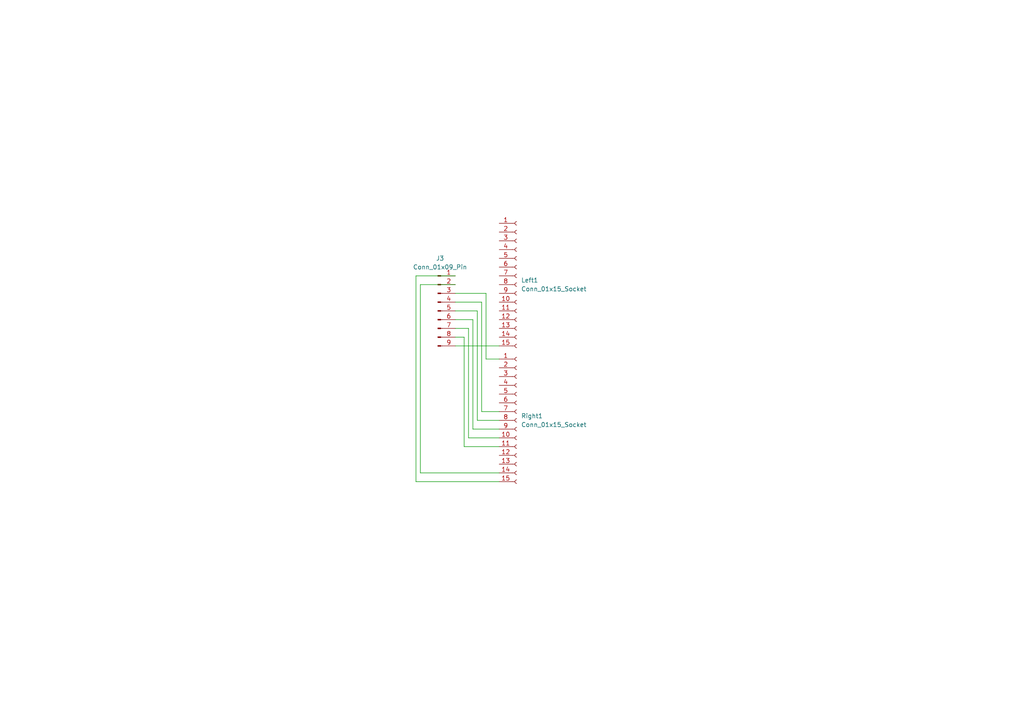
<source format=kicad_sch>
(kicad_sch (version 20250114) (generator "eeschema") (generator_version "9.0")
  (paper "A4")
  (title_block (title "DearDisplay") (date "2025-11-26") (rev "0.1.0") (company "stardustgd"))
  (lib_symbols
    (symbol "Connector:Conn_01x09_Pin" (pin_names (offset 1.016) (hide yes))
      (property "Reference" "J" (at 0 12.7 0))
      (property "Value" "Conn_01x09_Pin" (at 0 -12.7 0))
      (symbol "Conn_01x09_Pin_1_1"
        (rectangle (start 0.8636 10.287) (end 0 10.033) (stroke (width 0.1524)) (fill (type outline)))
        (rectangle (start 0.8636 7.747) (end 0 7.493) (stroke (width 0.1524)) (fill (type outline)))
        (rectangle (start 0.8636 5.207) (end 0 4.953) (stroke (width 0.1524)) (fill (type outline)))
        (rectangle (start 0.8636 2.667) (end 0 2.413) (stroke (width 0.1524)) (fill (type outline)))
        (rectangle (start 0.8636 0.127) (end 0 -0.127) (stroke (width 0.1524)) (fill (type outline)))
        (rectangle (start 0.8636 -2.413) (end 0 -2.667) (stroke (width 0.1524)) (fill (type outline)))
        (rectangle (start 0.8636 -4.953) (end 0 -5.207) (stroke (width 0.1524)) (fill (type outline)))
        (rectangle (start 0.8636 -7.493) (end 0 -7.747) (stroke (width 0.1524)) (fill (type outline)))
        (rectangle (start 0.8636 -10.033) (end 0 -10.287) (stroke (width 0.1524)) (fill (type outline)))
        (polyline (pts (xy 1.27 10.16) (xy 0.8636 10.16)) (stroke (width 0.1524)))
        (polyline (pts (xy 1.27 7.62) (xy 0.8636 7.62)) (stroke (width 0.1524)))
        (polyline (pts (xy 1.27 5.08) (xy 0.8636 5.08)) (stroke (width 0.1524)))
        (polyline (pts (xy 1.27 2.54) (xy 0.8636 2.54)) (stroke (width 0.1524)))
        (polyline (pts (xy 1.27 0) (xy 0.8636 0)) (stroke (width 0.1524)))
        (polyline (pts (xy 1.27 -2.54) (xy 0.8636 -2.54)) (stroke (width 0.1524)))
        (polyline (pts (xy 1.27 -5.08) (xy 0.8636 -5.08)) (stroke (width 0.1524)))
        (polyline (pts (xy 1.27 -7.62) (xy 0.8636 -7.62)) (stroke (width 0.1524)))
        (polyline (pts (xy 1.27 -10.16) (xy 0.8636 -10.16)) (stroke (width 0.1524)))
        (pin passive line (at 5.08 10.16 180) (length 3.81) (name "Pin_1") (number "1"))
        (pin passive line (at 5.08 7.62 180) (length 3.81) (name "Pin_2") (number "2"))
        (pin passive line (at 5.08 5.08 180) (length 3.81) (name "Pin_3") (number "3"))
        (pin passive line (at 5.08 2.54 180) (length 3.81) (name "Pin_4") (number "4"))
        (pin passive line (at 5.08 0 180) (length 3.81) (name "Pin_5") (number "5"))
        (pin passive line (at 5.08 -2.54 180) (length 3.81) (name "Pin_6") (number "6"))
        (pin passive line (at 5.08 -5.08 180) (length 3.81) (name "Pin_7") (number "7"))
        (pin passive line (at 5.08 -7.62 180) (length 3.81) (name "Pin_8") (number "8"))
        (pin passive line (at 5.08 -10.16 180) (length 3.81) (name "Pin_9") (number "9"))
      )
    )
    (symbol "Connector:Conn_01x15_Socket" (pin_names (offset 1.016) (hide yes))
      (property "Reference" "J" (at 0 20.32 0))
      (property "Value" "Conn_01x15_Socket" (at 0 -20.32 0))
      (symbol "Conn_01x15_Socket_1_1"
        (polyline (pts (xy -1.27 17.78) (xy -0.508 17.78)) (stroke (width 0.1524)))
        (polyline (pts (xy -1.27 15.24) (xy -0.508 15.24)) (stroke (width 0.1524)))
        (polyline (pts (xy -1.27 12.7) (xy -0.508 12.7)) (stroke (width 0.1524)))
        (polyline (pts (xy -1.27 10.16) (xy -0.508 10.16)) (stroke (width 0.1524)))
        (polyline (pts (xy -1.27 7.62) (xy -0.508 7.62)) (stroke (width 0.1524)))
        (polyline (pts (xy -1.27 5.08) (xy -0.508 5.08)) (stroke (width 0.1524)))
        (polyline (pts (xy -1.27 2.54) (xy -0.508 2.54)) (stroke (width 0.1524)))
        (polyline (pts (xy -1.27 0) (xy -0.508 0)) (stroke (width 0.1524)))
        (polyline (pts (xy -1.27 -2.54) (xy -0.508 -2.54)) (stroke (width 0.1524)))
        (polyline (pts (xy -1.27 -5.08) (xy -0.508 -5.08)) (stroke (width 0.1524)))
        (polyline (pts (xy -1.27 -7.62) (xy -0.508 -7.62)) (stroke (width 0.1524)))
        (polyline (pts (xy -1.27 -10.16) (xy -0.508 -10.16)) (stroke (width 0.1524)))
        (polyline (pts (xy -1.27 -12.7) (xy -0.508 -12.7)) (stroke (width 0.1524)))
        (polyline (pts (xy -1.27 -15.24) (xy -0.508 -15.24)) (stroke (width 0.1524)))
        (polyline (pts (xy -1.27 -17.78) (xy -0.508 -17.78)) (stroke (width 0.1524)))
        (arc (start 0 17.272) (mid -0.5058 17.78) (end 0 18.288) (stroke (width 0.1524)))
        (arc (start 0 14.732) (mid -0.5058 15.24) (end 0 15.748) (stroke (width 0.1524)))
        (arc (start 0 12.192) (mid -0.5058 12.7) (end 0 13.208) (stroke (width 0.1524)))
        (arc (start 0 9.652) (mid -0.5058 10.16) (end 0 10.668) (stroke (width 0.1524)))
        (arc (start 0 7.112) (mid -0.5058 7.62) (end 0 8.128) (stroke (width 0.1524)))
        (arc (start 0 4.572) (mid -0.5058 5.08) (end 0 5.588) (stroke (width 0.1524)))
        (arc (start 0 2.032) (mid -0.5058 2.54) (end 0 3.048) (stroke (width 0.1524)))
        (arc (start 0 -0.508) (mid -0.5058 0) (end 0 0.508) (stroke (width 0.1524)))
        (arc (start 0 -3.048) (mid -0.5058 -2.54) (end 0 -2.032) (stroke (width 0.1524)))
        (arc (start 0 -5.588) (mid -0.5058 -5.08) (end 0 -4.572) (stroke (width 0.1524)))
        (arc (start 0 -8.128) (mid -0.5058 -7.62) (end 0 -7.112) (stroke (width 0.1524)))
        (arc (start 0 -10.668) (mid -0.5058 -10.16) (end 0 -9.652) (stroke (width 0.1524)))
        (arc (start 0 -13.208) (mid -0.5058 -12.7) (end 0 -12.192) (stroke (width 0.1524)))
        (arc (start 0 -15.748) (mid -0.5058 -15.24) (end 0 -14.732) (stroke (width 0.1524)))
        (arc (start 0 -18.288) (mid -0.5058 -17.78) (end 0 -17.272) (stroke (width 0.1524)))
        (pin passive line (at -5.08 17.78 0) (length 3.81) (name "Pin_1") (number "1"))
        (pin passive line (at -5.08 15.24 0) (length 3.81) (name "Pin_2") (number "2"))
        (pin passive line (at -5.08 12.7 0) (length 3.81) (name "Pin_3") (number "3"))
        (pin passive line (at -5.08 10.16 0) (length 3.81) (name "Pin_4") (number "4"))
        (pin passive line (at -5.08 7.62 0) (length 3.81) (name "Pin_5") (number "5"))
        (pin passive line (at -5.08 5.08 0) (length 3.81) (name "Pin_6") (number "6"))
        (pin passive line (at -5.08 2.54 0) (length 3.81) (name "Pin_7") (number "7"))
        (pin passive line (at -5.08 0 0) (length 3.81) (name "Pin_8") (number "8"))
        (pin passive line (at -5.08 -2.54 0) (length 3.81) (name "Pin_9") (number "9"))
        (pin passive line (at -5.08 -5.08 0) (length 3.81) (name "Pin_10") (number "10"))
        (pin passive line (at -5.08 -7.62 0) (length 3.81) (name "Pin_11") (number "11"))
        (pin passive line (at -5.08 -10.16 0) (length 3.81) (name "Pin_12") (number "12"))
        (pin passive line (at -5.08 -12.7 0) (length 3.81) (name "Pin_13") (number "13"))
        (pin passive line (at -5.08 -15.24 0) (length 3.81) (name "Pin_14") (number "14"))
        (pin passive line (at -5.08 -17.78 0) (length 3.81) (name "Pin_15") (number "15"))
      )
    )
  )
  (wire (pts (xy 120.65 139.7) (xy 144.78 139.7)))
  (wire (pts (xy 140.97 104.14) (xy 144.78 104.14)))
  (wire (pts (xy 135.89 127) (xy 144.78 127)))
  (wire (pts (xy 139.7 87.63) (xy 139.7 119.38)))
  (wire (pts (xy 138.43 90.17) (xy 138.43 121.92)))
  (wire (pts (xy 132.08 85.09) (xy 140.97 85.09)))
  (wire (pts (xy 121.92 137.16) (xy 144.78 137.16)))
  (wire (pts (xy 139.7 119.38) (xy 144.78 119.38)))
  (wire (pts (xy 121.92 82.55) (xy 121.92 137.16)))
  (wire (pts (xy 132.08 92.71) (xy 137.16 92.71)))
  (wire (pts (xy 132.08 95.25) (xy 135.89 95.25)))
  (wire (pts (xy 132.08 90.17) (xy 138.43 90.17)))
  (wire (pts (xy 132.08 100.33) (xy 144.78 100.33)))
  (wire (pts (xy 140.97 85.09) (xy 140.97 104.14)))
  (wire (pts (xy 132.08 87.63) (xy 139.7 87.63)))
  (wire (pts (xy 137.16 92.71) (xy 137.16 124.46)))
  (wire (pts (xy 138.43 121.92) (xy 144.78 121.92)))
  (wire (pts (xy 134.62 129.54) (xy 144.78 129.54)))
  (wire (pts (xy 132.08 82.55) (xy 121.92 82.55)))
  (wire (pts (xy 132.08 97.79) (xy 134.62 97.79)))
  (wire (pts (xy 132.08 80.01) (xy 120.65 80.01)))
  (wire (pts (xy 120.65 80.01) (xy 120.65 139.7)))
  (wire (pts (xy 137.16 124.46) (xy 144.78 124.46)))
  (wire (pts (xy 135.89 95.25) (xy 135.89 127)))
  (wire (pts (xy 134.62 97.79) (xy 134.62 129.54)))
  (symbol (lib_id "Connector:Conn_01x15_Socket") (at 149.86 82.55 0) (unit 1)
    (property "Reference" "Left1" (at 151.13 81.2799 0) (effects (justify left)))
    (property "Value" "Conn_01x15_Socket" (at 151.13 83.8199 0) (effects (justify left)))
    (property "Footprint" "Connector_PinSocket_2.54mm:PinSocket_1x15_P2.54mm_Vertical" (effects (hide yes)))
    (property "Description" "Generic connector, single row, 01x15, script generated" (effects (hide yes)))
  )
  (symbol (lib_id "Connector:Conn_01x09_Pin") (at 127 90.17 0) (unit 1)
    (property "Reference" "J3" (at 127.635 74.93 0))
    (property "Value" "Conn_01x09_Pin" (at 127.635 77.47 0))
    (property "Footprint" "Connector_PinHeader_2.54mm:PinHeader_1x09_P2.54mm_Vertical" (effects (hide yes)))
    (property "Description" "Generic connector, single row, 01x09, script generated" (effects (hide yes)))
  )
  (symbol (lib_id "Connector:Conn_01x15_Socket") (at 149.86 121.92 0) (unit 1)
    (property "Reference" "Right1" (at 151.13 120.6499 0) (effects (justify left)))
    (property "Value" "Conn_01x15_Socket" (at 151.13 123.1899 0) (effects (justify left)))
    (property "Footprint" "Connector_PinSocket_2.54mm:PinSocket_1x15_P2.54mm_Vertical" (effects (hide yes)))
    (property "Description" "Generic connector, single row, 01x15, script generated" (effects (hide yes)))
  )
)
</source>
